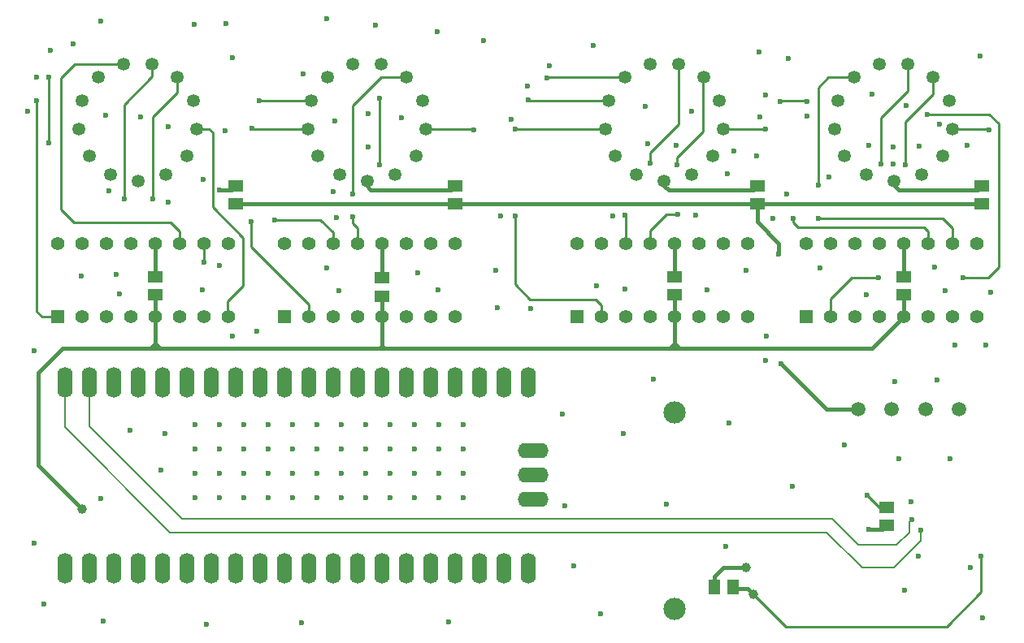
<source format=gbr>
%TF.GenerationSoftware,KiCad,Pcbnew,7.0.1*%
%TF.CreationDate,2023-06-06T13:02:27-04:00*%
%TF.ProjectId,nixie,6e697869-652e-46b6-9963-61645f706362,rev?*%
%TF.SameCoordinates,Original*%
%TF.FileFunction,Copper,L4,Bot*%
%TF.FilePolarity,Positive*%
%FSLAX46Y46*%
G04 Gerber Fmt 4.6, Leading zero omitted, Abs format (unit mm)*
G04 Created by KiCad (PCBNEW 7.0.1) date 2023-06-06 13:02:27*
%MOMM*%
%LPD*%
G01*
G04 APERTURE LIST*
%TA.AperFunction,ComponentPad*%
%ADD10R,1.400000X1.400000*%
%TD*%
%TA.AperFunction,ComponentPad*%
%ADD11C,1.400000*%
%TD*%
%TA.AperFunction,ComponentPad*%
%ADD12O,2.316000X2.316000*%
%TD*%
%TA.AperFunction,ComponentPad*%
%ADD13C,2.316000*%
%TD*%
%TA.AperFunction,SMDPad,CuDef*%
%ADD14R,1.500000X1.300000*%
%TD*%
%TA.AperFunction,ComponentPad*%
%ADD15C,1.500000*%
%TD*%
%TA.AperFunction,ComponentPad*%
%ADD16C,1.348000*%
%TD*%
%TA.AperFunction,ComponentPad*%
%ADD17O,1.600000X3.200000*%
%TD*%
%TA.AperFunction,ComponentPad*%
%ADD18O,3.200000X1.600000*%
%TD*%
%TA.AperFunction,SMDPad,CuDef*%
%ADD19R,1.300000X1.500000*%
%TD*%
%TA.AperFunction,ViaPad*%
%ADD20C,0.600000*%
%TD*%
%TA.AperFunction,ViaPad*%
%ADD21C,1.000000*%
%TD*%
%TA.AperFunction,Conductor*%
%ADD22C,0.381000*%
%TD*%
%TA.AperFunction,Conductor*%
%ADD23C,0.254000*%
%TD*%
%TA.AperFunction,Conductor*%
%ADD24C,0.152400*%
%TD*%
G04 APERTURE END LIST*
D10*
%TO.P,IC3,1,8*%
%TO.N,/N38*%
X154940000Y-109220000D03*
D11*
%TO.P,IC3,2,9*%
%TO.N,/N39*%
X157480000Y-109220000D03*
%TO.P,IC3,3,A*%
%TO.N,/A3*%
X160020000Y-109220000D03*
%TO.P,IC3,4,D*%
%TO.N,/D3*%
X162560000Y-109220000D03*
%TO.P,IC3,5,VCC*%
%TO.N,+5V*%
X165100000Y-109220000D03*
%TO.P,IC3,6,B*%
%TO.N,/B3*%
X167640000Y-109220000D03*
%TO.P,IC3,7,C*%
%TO.N,/C3*%
X170180000Y-109220000D03*
%TO.P,IC3,8,2*%
%TO.N,/N32*%
X172720000Y-109220000D03*
%TO.P,IC3,9,3*%
%TO.N,/N33*%
X172720000Y-101600000D03*
%TO.P,IC3,10,7*%
%TO.N,/N37*%
X170180000Y-101600000D03*
%TO.P,IC3,11,6*%
%TO.N,/N36*%
X167640000Y-101600000D03*
%TO.P,IC3,12,GND*%
%TO.N,GND*%
X165100000Y-101600000D03*
%TO.P,IC3,13,4*%
%TO.N,/N34*%
X162560000Y-101600000D03*
%TO.P,IC3,14,5*%
%TO.N,/N35*%
X160020000Y-101600000D03*
%TO.P,IC3,15,1*%
%TO.N,/N31*%
X157480000Y-101600000D03*
%TO.P,IC3,16,0*%
%TO.N,/N30*%
X154940000Y-101600000D03*
%TD*%
D12*
%TO.P,BAT1,+,+*%
%TO.N,Net-(IC6-VBAT)*%
X165100000Y-139700000D03*
D13*
%TO.P,BAT1,-,-*%
%TO.N,GND*%
X165100000Y-119200000D03*
%TD*%
D10*
%TO.P,IC4,1,8*%
%TO.N,/N48*%
X178816000Y-109220000D03*
D11*
%TO.P,IC4,2,9*%
%TO.N,/N49*%
X181356000Y-109220000D03*
%TO.P,IC4,3,A*%
%TO.N,/A4*%
X183896000Y-109220000D03*
%TO.P,IC4,4,D*%
%TO.N,/D4*%
X186436000Y-109220000D03*
%TO.P,IC4,5,VCC*%
%TO.N,+5V*%
X188976000Y-109220000D03*
%TO.P,IC4,6,B*%
%TO.N,/B4*%
X191516000Y-109220000D03*
%TO.P,IC4,7,C*%
%TO.N,/C4*%
X194056000Y-109220000D03*
%TO.P,IC4,8,2*%
%TO.N,/N42*%
X196596000Y-109220000D03*
%TO.P,IC4,9,3*%
%TO.N,/N43*%
X196596000Y-101600000D03*
%TO.P,IC4,10,7*%
%TO.N,/N47*%
X194056000Y-101600000D03*
%TO.P,IC4,11,6*%
%TO.N,/N46*%
X191516000Y-101600000D03*
%TO.P,IC4,12,GND*%
%TO.N,GND*%
X188976000Y-101600000D03*
%TO.P,IC4,13,4*%
%TO.N,/N44*%
X186436000Y-101600000D03*
%TO.P,IC4,14,5*%
%TO.N,/N45*%
X183896000Y-101600000D03*
%TO.P,IC4,15,1*%
%TO.N,/N41*%
X181356000Y-101600000D03*
%TO.P,IC4,16,0*%
%TO.N,/N40*%
X178816000Y-101600000D03*
%TD*%
D10*
%TO.P,IC2,1,8*%
%TO.N,/N28*%
X124460000Y-109220000D03*
D11*
%TO.P,IC2,2,9*%
%TO.N,/N29*%
X127000000Y-109220000D03*
%TO.P,IC2,3,A*%
%TO.N,/A2*%
X129540000Y-109220000D03*
%TO.P,IC2,4,D*%
%TO.N,/D2*%
X132080000Y-109220000D03*
%TO.P,IC2,5,VCC*%
%TO.N,+5V*%
X134620000Y-109220000D03*
%TO.P,IC2,6,B*%
%TO.N,/B2*%
X137160000Y-109220000D03*
%TO.P,IC2,7,C*%
%TO.N,/C2*%
X139700000Y-109220000D03*
%TO.P,IC2,8,2*%
%TO.N,/N22*%
X142240000Y-109220000D03*
%TO.P,IC2,9,3*%
%TO.N,/N23*%
X142240000Y-101600000D03*
%TO.P,IC2,10,7*%
%TO.N,/N27*%
X139700000Y-101600000D03*
%TO.P,IC2,11,6*%
%TO.N,/N26*%
X137160000Y-101600000D03*
%TO.P,IC2,12,GND*%
%TO.N,GND*%
X134620000Y-101600000D03*
%TO.P,IC2,13,4*%
%TO.N,/N24*%
X132080000Y-101600000D03*
%TO.P,IC2,14,5*%
%TO.N,/N25*%
X129540000Y-101600000D03*
%TO.P,IC2,15,1*%
%TO.N,/N21*%
X127000000Y-101600000D03*
%TO.P,IC2,16,0*%
%TO.N,/N20*%
X124460000Y-101600000D03*
%TD*%
D10*
%TO.P,IC1,1,8*%
%TO.N,/N18*%
X100838000Y-109220000D03*
D11*
%TO.P,IC1,2,9*%
%TO.N,/N19*%
X103378000Y-109220000D03*
%TO.P,IC1,3,A*%
%TO.N,/A1*%
X105918000Y-109220000D03*
%TO.P,IC1,4,D*%
%TO.N,/D1*%
X108458000Y-109220000D03*
%TO.P,IC1,5,VCC*%
%TO.N,+5V*%
X110998000Y-109220000D03*
%TO.P,IC1,6,B*%
%TO.N,/B1*%
X113538000Y-109220000D03*
%TO.P,IC1,7,C*%
%TO.N,/C1*%
X116078000Y-109220000D03*
%TO.P,IC1,8,2*%
%TO.N,/N12*%
X118618000Y-109220000D03*
%TO.P,IC1,9,3*%
%TO.N,/N13*%
X118618000Y-101600000D03*
%TO.P,IC1,10,7*%
%TO.N,/N17*%
X116078000Y-101600000D03*
%TO.P,IC1,11,6*%
%TO.N,/N16*%
X113538000Y-101600000D03*
%TO.P,IC1,12,GND*%
%TO.N,GND*%
X110998000Y-101600000D03*
%TO.P,IC1,13,4*%
%TO.N,/N14*%
X108458000Y-101600000D03*
%TO.P,IC1,14,5*%
%TO.N,/N15*%
X105918000Y-101600000D03*
%TO.P,IC1,15,1*%
%TO.N,/N11*%
X103378000Y-101600000D03*
%TO.P,IC1,16,0*%
%TO.N,/N10*%
X100838000Y-101600000D03*
%TD*%
D14*
%TO.P,C1,1,1*%
%TO.N,+5V*%
X110998000Y-106934000D03*
%TO.P,C1,2,2*%
%TO.N,GND*%
X110998000Y-105034000D03*
%TD*%
D15*
%TO.P,J1,1,1*%
%TO.N,VCC*%
X184262000Y-118872000D03*
%TO.P,J1,2,2*%
%TO.N,+12V*%
X187762000Y-118872000D03*
%TO.P,J1,3,3*%
%TO.N,/ENABLE*%
X191262000Y-118872000D03*
%TO.P,J1,4,4*%
%TO.N,GND*%
X194762000Y-118872000D03*
%TD*%
D14*
%TO.P,C4,1,1*%
%TO.N,+5V*%
X188976000Y-106934000D03*
%TO.P,C4,2,2*%
%TO.N,GND*%
X188976000Y-105034000D03*
%TD*%
%TO.P,C2,1,1*%
%TO.N,+5V*%
X134620000Y-107056000D03*
%TO.P,C2,2,2*%
%TO.N,GND*%
X134620000Y-105156000D03*
%TD*%
D16*
%TO.P,N4,RHDP,RHDP*%
%TO.N,unconnected-(N4-PadRHDP)*%
X190836600Y-94380900D03*
%TO.P,N4,LHDP,LHDP*%
%TO.N,unconnected-(N4-PadLHDP)*%
X185083400Y-94380900D03*
%TO.P,N4,A,A*%
%TO.N,/170V4*%
X187960000Y-95089900D03*
%TO.P,N4,9,9*%
%TO.N,/N49*%
X181815200Y-89646100D03*
%TO.P,N4,8,8*%
%TO.N,/N48*%
X182172300Y-86705000D03*
%TO.P,N4,7,7*%
%TO.N,/N47*%
X183855300Y-84266800D03*
%TO.P,N4,6,6*%
%TO.N,/N46*%
X186478700Y-82889900D03*
%TO.P,N4,5,5*%
%TO.N,/N45*%
X189441300Y-82889900D03*
%TO.P,N4,4,4*%
%TO.N,/N44*%
X192064700Y-84266800D03*
%TO.P,N4,3,3*%
%TO.N,/N43*%
X193747700Y-86705000D03*
%TO.P,N4,2,2*%
%TO.N,/N42*%
X194104800Y-89646100D03*
%TO.P,N4,1,1*%
%TO.N,/N41*%
X193054200Y-92416300D03*
%TO.P,N4,0,0*%
%TO.N,/N40*%
X182865800Y-92416300D03*
%TD*%
D17*
%TO.P,U$1,3V3,3V3*%
%TO.N,unconnected-(U$1-Pad3V3)*%
X111760000Y-135420000D03*
%TO.P,U$1,3V3_EN,3V3_EN*%
%TO.N,unconnected-(U$1-Pad3V3_EN)*%
X109220000Y-135420000D03*
%TO.P,U$1,ADC_VREF,ADC_VREF*%
%TO.N,unconnected-(U$1-PadADC_VREF)*%
X114300000Y-135420000D03*
%TO.P,U$1,AGND,AGND*%
%TO.N,GND*%
X119380000Y-135420000D03*
%TO.P,U$1,GND@1,GND*%
X106680000Y-116040000D03*
%TO.P,U$1,GND@2,GND*%
X119380000Y-116040000D03*
%TO.P,U$1,GND@3,GND*%
X132080000Y-116040000D03*
%TO.P,U$1,GND@4,GND*%
X144780000Y-116040000D03*
D18*
%TO.P,U$1,GND@5,GND*%
X150430000Y-125730000D03*
D17*
%TO.P,U$1,GND@6,GND*%
X144780000Y-135420000D03*
%TO.P,U$1,GND@7,GND*%
X132080000Y-135420000D03*
%TO.P,U$1,GND@8,GND*%
X106680000Y-135420000D03*
%TO.P,U$1,GP0,GP0*%
%TO.N,/SDA*%
X101600000Y-116040000D03*
%TO.P,U$1,GP1,GP1*%
%TO.N,/SCL*%
X104140000Y-116040000D03*
%TO.P,U$1,GP2,GP2*%
%TO.N,/A1*%
X109220000Y-116040000D03*
%TO.P,U$1,GP3,GP3*%
%TO.N,/D1*%
X111760000Y-116040000D03*
%TO.P,U$1,GP4,GP4*%
%TO.N,/B1*%
X114300000Y-116040000D03*
%TO.P,U$1,GP5,GP5*%
%TO.N,/C1*%
X116840000Y-116040000D03*
%TO.P,U$1,GP6,GP6*%
%TO.N,/A2*%
X121920000Y-116040000D03*
%TO.P,U$1,GP7,GP7*%
%TO.N,/D2*%
X124460000Y-116040000D03*
%TO.P,U$1,GP8,GP8*%
%TO.N,/B2*%
X127000000Y-116040000D03*
%TO.P,U$1,GP9,GP9*%
%TO.N,/C2*%
X129540000Y-116040000D03*
%TO.P,U$1,GP10,GP10*%
%TO.N,/A3*%
X134620000Y-116040000D03*
%TO.P,U$1,GP11,GP11*%
%TO.N,/D3*%
X137160000Y-116040000D03*
%TO.P,U$1,GP12,GP12*%
%TO.N,/B3*%
X139700000Y-116040000D03*
%TO.P,U$1,GP13,GP13*%
%TO.N,/C3*%
X142240000Y-116040000D03*
%TO.P,U$1,GP14,GP14*%
%TO.N,/A4*%
X147320000Y-116040000D03*
%TO.P,U$1,GP15,GP15*%
%TO.N,/D4*%
X149860000Y-116040000D03*
%TO.P,U$1,GP16,GP16*%
%TO.N,/C4*%
X149860000Y-135420000D03*
%TO.P,U$1,GP17,GP17*%
%TO.N,/B4*%
X147320000Y-135420000D03*
%TO.P,U$1,GP18,GP18*%
%TO.N,unconnected-(U$1-PadGP18)*%
X142240000Y-135420000D03*
%TO.P,U$1,GP19,GP19*%
%TO.N,unconnected-(U$1-PadGP19)*%
X139700000Y-135420000D03*
%TO.P,U$1,GP20,GP20*%
%TO.N,unconnected-(U$1-PadGP20)*%
X137160000Y-135420000D03*
%TO.P,U$1,GP21,GP21*%
%TO.N,unconnected-(U$1-PadGP21)*%
X134620000Y-135420000D03*
%TO.P,U$1,GP22,GP22*%
%TO.N,unconnected-(U$1-PadGP22)*%
X129540000Y-135420000D03*
%TO.P,U$1,GP26_A0,GP26_A0*%
%TO.N,unconnected-(U$1-PadGP26_A0)*%
X124460000Y-135420000D03*
%TO.P,U$1,GP27_A1,GP27_A1*%
%TO.N,unconnected-(U$1-PadGP27_A1)*%
X121920000Y-135420000D03*
%TO.P,U$1,GP28_A2,GP28_A2*%
%TO.N,unconnected-(U$1-PadGP28_A2)*%
X116840000Y-135420000D03*
%TO.P,U$1,RUN,RUN*%
%TO.N,unconnected-(U$1-PadRUN)*%
X127000000Y-135420000D03*
D18*
%TO.P,U$1,SWCLK,SWCLK*%
%TO.N,unconnected-(U$1-PadSWCLK)*%
X150430000Y-123190000D03*
%TO.P,U$1,SWDIO,SWDIO*%
%TO.N,unconnected-(U$1-PadSWDIO)*%
X150430000Y-128270000D03*
D17*
%TO.P,U$1,VBUS,VBUS*%
%TO.N,unconnected-(U$1-PadVBUS)*%
X101600000Y-135420000D03*
%TO.P,U$1,VSYS,VSYS*%
%TO.N,+5V*%
X104140000Y-135420000D03*
%TD*%
D14*
%TO.P,R3,1,1*%
%TO.N,/170V3*%
X173736000Y-95570000D03*
%TO.P,R3,2,2*%
%TO.N,VCC*%
X173736000Y-97470000D03*
%TD*%
%TO.P,C3,1,1*%
%TO.N,+5V*%
X165100000Y-106934000D03*
%TO.P,C3,2,2*%
%TO.N,GND*%
X165100000Y-105034000D03*
%TD*%
%TO.P,C5,1,1*%
%TO.N,+5V*%
X187198000Y-130987800D03*
%TO.P,C5,2,2*%
%TO.N,GND*%
X187198000Y-129087800D03*
%TD*%
%TO.P,R2,1,1*%
%TO.N,/170V2*%
X142240000Y-95570000D03*
%TO.P,R2,2,2*%
%TO.N,VCC*%
X142240000Y-97470000D03*
%TD*%
%TO.P,R4,1,1*%
%TO.N,/170V4*%
X197104000Y-95570000D03*
%TO.P,R4,2,2*%
%TO.N,VCC*%
X197104000Y-97470000D03*
%TD*%
%TO.P,R1,1,1*%
%TO.N,/170V1*%
X119380000Y-95570000D03*
%TO.P,R1,2,2*%
%TO.N,VCC*%
X119380000Y-97470000D03*
%TD*%
D19*
%TO.P,C7,1,1*%
%TO.N,+5V*%
X171196000Y-137414000D03*
%TO.P,C7,2,2*%
%TO.N,GND*%
X169296000Y-137414000D03*
%TD*%
D16*
%TO.P,N3,0,0*%
%TO.N,/N30*%
X158947100Y-92416300D03*
%TO.P,N3,1,1*%
%TO.N,/N31*%
X169135500Y-92416300D03*
%TO.P,N3,2,2*%
%TO.N,/N32*%
X170186100Y-89646100D03*
%TO.P,N3,3,3*%
%TO.N,/N33*%
X169829000Y-86705000D03*
%TO.P,N3,4,4*%
%TO.N,/N34*%
X168146000Y-84266800D03*
%TO.P,N3,5,5*%
%TO.N,/N35*%
X165522600Y-82889900D03*
%TO.P,N3,6,6*%
%TO.N,/N36*%
X162560000Y-82889900D03*
%TO.P,N3,7,7*%
%TO.N,/N37*%
X159936600Y-84266800D03*
%TO.P,N3,8,8*%
%TO.N,/N38*%
X158253600Y-86705000D03*
%TO.P,N3,9,9*%
%TO.N,/N39*%
X157896500Y-89646100D03*
%TO.P,N3,A,A*%
%TO.N,/170V3*%
X164041300Y-95089900D03*
%TO.P,N3,LHDP,LHDP*%
%TO.N,unconnected-(N3-PadLHDP)*%
X161164700Y-94380900D03*
%TO.P,N3,RHDP,RHDP*%
%TO.N,unconnected-(N3-PadRHDP)*%
X166917900Y-94380900D03*
%TD*%
%TO.P,N1,0,0*%
%TO.N,/N10*%
X104140000Y-92416300D03*
%TO.P,N1,1,1*%
%TO.N,/N11*%
X114328400Y-92416300D03*
%TO.P,N1,2,2*%
%TO.N,/N12*%
X115379000Y-89646100D03*
%TO.P,N1,3,3*%
%TO.N,/N13*%
X115021900Y-86705000D03*
%TO.P,N1,4,4*%
%TO.N,/N14*%
X113338900Y-84266800D03*
%TO.P,N1,5,5*%
%TO.N,/N15*%
X110715500Y-82889900D03*
%TO.P,N1,6,6*%
%TO.N,/N16*%
X107752900Y-82889900D03*
%TO.P,N1,7,7*%
%TO.N,/N17*%
X105129500Y-84266800D03*
%TO.P,N1,8,8*%
%TO.N,/N18*%
X103446500Y-86705000D03*
%TO.P,N1,9,9*%
%TO.N,/N19*%
X103089400Y-89646100D03*
%TO.P,N1,A,A*%
%TO.N,/170V1*%
X109234200Y-95089900D03*
%TO.P,N1,LHDP,LHDP*%
%TO.N,unconnected-(N1-PadLHDP)*%
X106357600Y-94380900D03*
%TO.P,N1,RHDP,RHDP*%
%TO.N,unconnected-(N1-PadRHDP)*%
X112110800Y-94380900D03*
%TD*%
%TO.P,N2,0,0*%
%TO.N,/N20*%
X128001800Y-92416300D03*
%TO.P,N2,1,1*%
%TO.N,/N21*%
X138190200Y-92416300D03*
%TO.P,N2,2,2*%
%TO.N,/N22*%
X139240800Y-89646100D03*
%TO.P,N2,3,3*%
%TO.N,/N23*%
X138883700Y-86705000D03*
%TO.P,N2,4,4*%
%TO.N,/N24*%
X137200700Y-84266800D03*
%TO.P,N2,5,5*%
%TO.N,/N25*%
X134577300Y-82889900D03*
%TO.P,N2,6,6*%
%TO.N,/N26*%
X131614700Y-82889900D03*
%TO.P,N2,7,7*%
%TO.N,/N27*%
X128991300Y-84266800D03*
%TO.P,N2,8,8*%
%TO.N,/N28*%
X127308300Y-86705000D03*
%TO.P,N2,9,9*%
%TO.N,/N29*%
X126951200Y-89646100D03*
%TO.P,N2,A,A*%
%TO.N,/170V2*%
X133096000Y-95089900D03*
%TO.P,N2,LHDP,LHDP*%
%TO.N,unconnected-(N2-PadLHDP)*%
X130219400Y-94380900D03*
%TO.P,N2,RHDP,RHDP*%
%TO.N,unconnected-(N2-PadRHDP)*%
X135972600Y-94380900D03*
%TD*%
D20*
%TO.N,VCC*%
X176000000Y-102700000D03*
X176200000Y-114100000D03*
%TO.N,GND*%
X185191400Y-127838200D03*
X115189000Y-128092200D03*
X140500000Y-106400000D03*
X192200000Y-104000000D03*
X107000000Y-104800000D03*
X119100000Y-111200000D03*
X99466400Y-139192000D03*
X105638600Y-140995400D03*
X193802000Y-124053600D03*
X154627047Y-135210360D03*
X145200000Y-80400000D03*
X117729000Y-120472200D03*
X190600000Y-91400000D03*
X130429000Y-128092200D03*
X162300000Y-91200000D03*
X187900000Y-93300000D03*
X127889000Y-123012200D03*
X98399600Y-132816600D03*
X159800000Y-121400000D03*
X170800000Y-120300000D03*
X119100000Y-82200000D03*
X143129000Y-120472200D03*
X132969000Y-120472200D03*
X135509000Y-120472200D03*
X138049000Y-125552200D03*
X129900000Y-98900000D03*
X135509000Y-125552200D03*
X156700000Y-80900000D03*
X130182686Y-106483735D03*
X130429000Y-120472200D03*
X125349000Y-120472200D03*
X116000000Y-94900000D03*
X115189000Y-123012200D03*
X194335400Y-112191800D03*
X97700000Y-87800000D03*
X120269000Y-123012200D03*
X138049000Y-128092200D03*
X195600000Y-91300000D03*
X185400000Y-91300000D03*
X117729000Y-125552200D03*
X122809000Y-123012200D03*
X143129000Y-123012200D03*
X105384600Y-128193800D03*
X193300000Y-106500000D03*
X102495143Y-80755553D03*
X141579600Y-141071600D03*
X172615692Y-104384843D03*
X121615200Y-110769400D03*
X111658400Y-125196600D03*
X117729000Y-123012200D03*
X153670000Y-128955800D03*
X108432600Y-121031000D03*
X167300000Y-98600000D03*
X126263400Y-141122400D03*
X173900000Y-81600000D03*
X107300000Y-106800000D03*
X140589000Y-128092200D03*
X105400000Y-78400000D03*
X158700000Y-98700000D03*
D21*
X172593000Y-135382000D03*
D20*
X149800000Y-85200000D03*
X190550800Y-134213600D03*
X148100000Y-88600000D03*
X125349000Y-128092200D03*
X197000000Y-82000000D03*
X130429000Y-123012200D03*
X140589000Y-125552200D03*
X174600000Y-86100000D03*
X166900000Y-87800000D03*
X165300000Y-91300000D03*
X143129000Y-128092200D03*
X174000000Y-88400000D03*
X197561200Y-112141000D03*
X115189000Y-125552200D03*
X122809000Y-128092200D03*
X127889000Y-128092200D03*
X174650400Y-113766600D03*
X189738000Y-128549400D03*
X135509000Y-128092200D03*
X120269000Y-120472200D03*
X189052200Y-137718800D03*
X185685002Y-85978569D03*
X176800000Y-96400000D03*
X120269000Y-128092200D03*
X160000000Y-106300000D03*
X157454600Y-140182600D03*
X177400000Y-126900000D03*
X126459080Y-83878910D03*
X133200000Y-88000000D03*
X127889000Y-120472200D03*
X125349000Y-123012200D03*
X98450400Y-112801400D03*
X103300000Y-105000000D03*
X178900000Y-88300000D03*
X134000000Y-78800000D03*
X118300000Y-89800000D03*
X170600000Y-94300000D03*
X115900000Y-106400000D03*
X100100000Y-81400000D03*
X129600000Y-96200000D03*
X98700000Y-84200000D03*
X162900000Y-115700000D03*
X122809000Y-120472200D03*
X138049000Y-120472200D03*
X181200000Y-94600000D03*
X112014000Y-121361200D03*
X140397951Y-79502268D03*
X132969000Y-125552200D03*
X185100000Y-106900000D03*
X146500000Y-104400000D03*
X192700000Y-89100000D03*
X105900000Y-88200000D03*
X129700000Y-88800000D03*
X138400000Y-104600000D03*
X128900000Y-78100000D03*
X168500000Y-106400000D03*
X106200000Y-96100000D03*
X198100000Y-106700000D03*
X112400000Y-97300000D03*
X116382800Y-141274800D03*
X174675800Y-111201200D03*
X132969000Y-128092200D03*
X182829200Y-122555000D03*
X152100000Y-83000000D03*
X180300000Y-104100000D03*
X187900000Y-91500000D03*
X127889000Y-125552200D03*
X189292734Y-87203625D03*
X177000000Y-82300000D03*
X117700000Y-103900000D03*
X132969000Y-123012200D03*
X164300000Y-128800000D03*
X192481200Y-115798600D03*
X112400000Y-89400000D03*
X188061600Y-115976400D03*
X143129000Y-125552200D03*
X147000000Y-98700000D03*
X138049000Y-123012200D03*
X173700000Y-92400000D03*
X115100000Y-78700000D03*
X117729000Y-128092200D03*
X118400000Y-78600000D03*
X171300000Y-91900000D03*
X128900000Y-104100000D03*
X122809000Y-125552200D03*
X197231000Y-140589000D03*
X150114000Y-108331000D03*
X157000000Y-106000000D03*
X135509000Y-123012200D03*
X120269000Y-125552200D03*
X175400000Y-99000000D03*
X125349000Y-125552200D03*
X153441400Y-119329200D03*
X162100000Y-87300000D03*
X115189000Y-120472200D03*
X130429000Y-125552200D03*
X195935600Y-135407400D03*
X140589000Y-120472200D03*
X140589000Y-123012200D03*
X133200000Y-91500000D03*
X188468000Y-124053600D03*
X170500000Y-133200000D03*
X146659600Y-108280200D03*
X109500000Y-88400000D03*
X136700000Y-88500000D03*
D21*
%TO.N,+5V*%
X173355000Y-138176000D03*
D20*
X185369200Y-131419600D03*
X197027800Y-134162800D03*
D21*
X103378000Y-129286000D03*
D20*
%TO.N,/N15*%
X107800000Y-96900000D03*
%TO.N,/N14*%
X110800000Y-96900000D03*
%TO.N,/N17*%
X99900000Y-91100000D03*
X99900000Y-84200000D03*
X116100000Y-103500000D03*
%TO.N,/N18*%
X98695000Y-86705000D03*
%TO.N,/N25*%
X123500000Y-99100000D03*
%TO.N,/N24*%
X131600000Y-98800000D03*
X131600000Y-96400000D03*
%TO.N,/N26*%
X134400000Y-86400000D03*
X134400000Y-93400000D03*
%TO.N,/N22*%
X144250000Y-89750000D03*
%TO.N,/N29*%
X121000000Y-99300000D03*
X121100000Y-89600000D03*
%TO.N,/N28*%
X121900000Y-86700000D03*
%TO.N,/N35*%
X160000000Y-98600000D03*
X162600000Y-93200000D03*
%TO.N,/N34*%
X165400000Y-93400000D03*
X165500000Y-98500000D03*
%TO.N,/N37*%
X151800000Y-84300000D03*
%TO.N,/N32*%
X174600000Y-89646100D03*
%TO.N,/N39*%
X148500000Y-98700000D03*
X148553900Y-89646100D03*
%TO.N,/N38*%
X149900000Y-86600000D03*
%TO.N,/N45*%
X186600000Y-93300000D03*
%TO.N,/N44*%
X189200000Y-93400000D03*
%TO.N,/N46*%
X177500000Y-99000000D03*
%TO.N,/N47*%
X180100000Y-99000000D03*
X180100000Y-95500000D03*
%TO.N,/N42*%
X197900000Y-89700000D03*
%TO.N,/N49*%
X191500000Y-88100000D03*
X195200000Y-105100000D03*
X186400000Y-105100000D03*
%TO.N,/N48*%
X178900000Y-86800000D03*
X176100000Y-86800000D03*
%TO.N,/SDA*%
X190779400Y-131495800D03*
%TO.N,/SCL*%
X189865000Y-130352800D03*
%TO.N,/170V1*%
X117700000Y-96000000D03*
%TD*%
D22*
%TO.N,VCC*%
X173736000Y-99336000D02*
X173736000Y-97470000D01*
X184262000Y-118872000D02*
X180972000Y-118872000D01*
X180972000Y-118872000D02*
X176200000Y-114100000D01*
X197104000Y-97470000D02*
X173736000Y-97470000D01*
X176000000Y-101600000D02*
X173736000Y-99336000D01*
X173736000Y-97470000D02*
X142240000Y-97470000D01*
X119380000Y-97470000D02*
X142240000Y-97470000D01*
X176000000Y-102700000D02*
X176000000Y-101600000D01*
%TO.N,GND*%
X172593000Y-135382000D02*
X170197000Y-135382000D01*
D23*
X187198000Y-129087800D02*
X186441000Y-129087800D01*
D22*
X110998000Y-105034000D02*
X110998000Y-101600000D01*
X169296000Y-136283000D02*
X169296000Y-137414000D01*
X170197000Y-135382000D02*
X169296000Y-136283000D01*
D23*
X186441000Y-129087800D02*
X185191400Y-127838200D01*
D22*
X134620000Y-105156000D02*
X134620000Y-101600000D01*
X165100000Y-105034000D02*
X165100000Y-101600000D01*
X188976000Y-105034000D02*
X188976000Y-101600000D01*
%TO.N,+5V*%
X134366000Y-112522000D02*
X133858000Y-112522000D01*
X110998000Y-112014000D02*
X110998000Y-109220000D01*
X134620000Y-109220000D02*
X134620000Y-112268000D01*
D23*
X197027800Y-137947400D02*
X197027800Y-134162800D01*
D22*
X98806000Y-124714000D02*
X103378000Y-129286000D01*
D23*
X176695200Y-141516200D02*
X193459000Y-141516200D01*
X193459000Y-141516200D02*
X197027800Y-137947400D01*
D22*
X135128000Y-112522000D02*
X134620000Y-112522000D01*
X165100000Y-112014000D02*
X165608000Y-112522000D01*
X165100000Y-109220000D02*
X165100000Y-112014000D01*
D23*
X173355000Y-138176000D02*
X176695200Y-141516200D01*
D22*
X101346000Y-112522000D02*
X98806000Y-115062000D01*
X172720000Y-137541000D02*
X171323000Y-137541000D01*
X173355000Y-138176000D02*
X172720000Y-137541000D01*
X110998000Y-112522000D02*
X110998000Y-112014000D01*
X185369200Y-131419600D02*
X186766200Y-131419600D01*
X134620000Y-109220000D02*
X134620000Y-107056000D01*
X134874000Y-112522000D02*
X135128000Y-112522000D01*
X165608000Y-112522000D02*
X165100000Y-112522000D01*
X188976000Y-106934000D02*
X188976000Y-109220000D01*
X165100000Y-112522000D02*
X164592000Y-112522000D01*
X110998000Y-109220000D02*
X110998000Y-106934000D01*
X186766200Y-131419600D02*
X187198000Y-130987800D01*
X165100000Y-106934000D02*
X165100000Y-109220000D01*
X110490000Y-112522000D02*
X101346000Y-112522000D01*
X110998000Y-112522000D02*
X110490000Y-112522000D01*
X110998000Y-112014000D02*
X110490000Y-112522000D01*
X133858000Y-112522000D02*
X111506000Y-112522000D01*
X134620000Y-112268000D02*
X134620000Y-112522000D01*
X134620000Y-112268000D02*
X134874000Y-112522000D01*
X111506000Y-112522000D02*
X110998000Y-112522000D01*
X165100000Y-112014000D02*
X164592000Y-112522000D01*
X98806000Y-115062000D02*
X98806000Y-124714000D01*
X134620000Y-112522000D02*
X133858000Y-112522000D01*
X188976000Y-109220000D02*
X185674000Y-112522000D01*
X185674000Y-112522000D02*
X165608000Y-112522000D01*
X134620000Y-112268000D02*
X134366000Y-112522000D01*
X110998000Y-112014000D02*
X111506000Y-112522000D01*
X165100000Y-112014000D02*
X165100000Y-112522000D01*
X164592000Y-112522000D02*
X135128000Y-112522000D01*
D23*
%TO.N,/N15*%
X110715500Y-84184500D02*
X110715500Y-82889900D01*
X107800000Y-87100000D02*
X110715500Y-84184500D01*
X107800000Y-96900000D02*
X107800000Y-87100000D01*
%TO.N,/N14*%
X113338900Y-85861100D02*
X113338900Y-84266800D01*
X110800000Y-96900000D02*
X110800000Y-88400000D01*
X110800000Y-88400000D02*
X113338900Y-85861100D01*
%TO.N,/N16*%
X113538000Y-100338000D02*
X112600000Y-99400000D01*
X101200000Y-84300000D02*
X102610100Y-82889900D01*
X102600000Y-99400000D02*
X101200000Y-98000000D01*
X101200000Y-98000000D02*
X101200000Y-84300000D01*
X102610100Y-82889900D02*
X107752900Y-82889900D01*
X112600000Y-99400000D02*
X102600000Y-99400000D01*
X113538000Y-101600000D02*
X113538000Y-100338000D01*
%TO.N,/N17*%
X116078000Y-103478000D02*
X116100000Y-103500000D01*
X99900000Y-91100000D02*
X99900000Y-84200000D01*
X116078000Y-101600000D02*
X116078000Y-103478000D01*
%TO.N,/N12*%
X120200000Y-106000000D02*
X120200000Y-101000000D01*
X117000000Y-97800000D02*
X117000000Y-90000000D01*
X116646100Y-89646100D02*
X115379000Y-89646100D01*
X120200000Y-101000000D02*
X117000000Y-97800000D01*
X118618000Y-109220000D02*
X118600000Y-109202000D01*
X118600000Y-107600000D02*
X120200000Y-106000000D01*
X118600000Y-109202000D02*
X118600000Y-107600000D01*
X117000000Y-90000000D02*
X116646100Y-89646100D01*
%TO.N,/N18*%
X98700000Y-86710000D02*
X98700000Y-108700000D01*
X98695000Y-86705000D02*
X98700000Y-86710000D01*
X99220000Y-109220000D02*
X100838000Y-109220000D01*
X98700000Y-108700000D02*
X99220000Y-109220000D01*
%TO.N,/N25*%
X129540000Y-101600000D02*
X129540000Y-100440000D01*
X129540000Y-100440000D02*
X128200000Y-99100000D01*
X128200000Y-99100000D02*
X123500000Y-99100000D01*
%TO.N,/N24*%
X131600000Y-87200000D02*
X134533200Y-84266800D01*
X132080000Y-99980000D02*
X131600000Y-99500000D01*
X131600000Y-99500000D02*
X131600000Y-98800000D01*
X132080000Y-101600000D02*
X132080000Y-99980000D01*
X134533200Y-84266800D02*
X137200700Y-84266800D01*
X131600000Y-96400000D02*
X131600000Y-87200000D01*
%TO.N,/N26*%
X134400000Y-93400000D02*
X134400000Y-86400000D01*
%TO.N,/N22*%
X144250000Y-89750000D02*
X144146100Y-89646100D01*
X144146100Y-89646100D02*
X139240800Y-89646100D01*
%TO.N,/N29*%
X121100000Y-89600000D02*
X121146100Y-89646100D01*
X127000000Y-109220000D02*
X127000000Y-107900000D01*
X121000000Y-101900000D02*
X121000000Y-99300000D01*
X127000000Y-107900000D02*
X121000000Y-101900000D01*
X121146100Y-89646100D02*
X126951200Y-89646100D01*
%TO.N,/N28*%
X121905000Y-86705000D02*
X127308300Y-86705000D01*
X121900000Y-86700000D02*
X121905000Y-86705000D01*
%TO.N,/N35*%
X160020000Y-98620000D02*
X160000000Y-98600000D01*
X162600000Y-92100000D02*
X165522600Y-89177400D01*
X165522600Y-89177400D02*
X165522600Y-82889900D01*
X160020000Y-101600000D02*
X160020000Y-98620000D01*
X162600000Y-93200000D02*
X162600000Y-92100000D01*
%TO.N,/N34*%
X164300000Y-98500000D02*
X165500000Y-98500000D01*
X165400000Y-92600000D02*
X168100000Y-89900000D01*
X162560000Y-101600000D02*
X162560000Y-100240000D01*
X162560000Y-100240000D02*
X164300000Y-98500000D01*
X165400000Y-93400000D02*
X165400000Y-92600000D01*
X168100000Y-89900000D02*
X168100000Y-84312800D01*
X168100000Y-84312800D02*
X168146000Y-84266800D01*
%TO.N,/N37*%
X151833200Y-84266800D02*
X159936600Y-84266800D01*
X151800000Y-84300000D02*
X151833200Y-84266800D01*
%TO.N,/N32*%
X174600000Y-89646100D02*
X170186100Y-89646100D01*
%TO.N,/N39*%
X150100000Y-107400000D02*
X148500000Y-105800000D01*
X157480000Y-107980000D02*
X156900000Y-107400000D01*
X157480000Y-109220000D02*
X157480000Y-107980000D01*
X148500000Y-105800000D02*
X148500000Y-98700000D01*
X156900000Y-107400000D02*
X150100000Y-107400000D01*
X148553900Y-89646100D02*
X157896500Y-89646100D01*
%TO.N,/N38*%
X150005000Y-86705000D02*
X158253600Y-86705000D01*
X149900000Y-86600000D02*
X150005000Y-86705000D01*
%TO.N,/N45*%
X189441300Y-85658700D02*
X189441300Y-82889900D01*
X186600000Y-88500000D02*
X189441300Y-85658700D01*
X186600000Y-93300000D02*
X186600000Y-88500000D01*
%TO.N,/N44*%
X192064700Y-86035300D02*
X192064700Y-84266800D01*
X189200000Y-88900000D02*
X192064700Y-86035300D01*
X189200000Y-93400000D02*
X189200000Y-88900000D01*
%TO.N,/N46*%
X191516000Y-100316000D02*
X191516000Y-101600000D01*
X191100000Y-99900000D02*
X191516000Y-100316000D01*
X177500000Y-99400000D02*
X178000000Y-99900000D01*
X177500000Y-99000000D02*
X177500000Y-99400000D01*
X178000000Y-99900000D02*
X191100000Y-99900000D01*
%TO.N,/N47*%
X193100000Y-99000000D02*
X180100000Y-99000000D01*
X180100000Y-95500000D02*
X180100000Y-85300000D01*
X180100000Y-85300000D02*
X181133200Y-84266800D01*
X181133200Y-84266800D02*
X183855300Y-84266800D01*
X194056000Y-101600000D02*
X194056000Y-99956000D01*
X194056000Y-99956000D02*
X193100000Y-99000000D01*
%TO.N,/N42*%
X197900000Y-89700000D02*
X197846100Y-89646100D01*
X197846100Y-89646100D02*
X194104800Y-89646100D01*
%TO.N,/N49*%
X197900000Y-88100000D02*
X191500000Y-88100000D01*
X198882100Y-104017900D02*
X198882100Y-89082100D01*
X197800000Y-105100000D02*
X198882100Y-104017900D01*
X198882100Y-89082100D02*
X197900000Y-88100000D01*
X195200000Y-105100000D02*
X197800000Y-105100000D01*
X181356000Y-107344000D02*
X181356000Y-109220000D01*
X183600000Y-105100000D02*
X181356000Y-107344000D01*
X186400000Y-105100000D02*
X183600000Y-105100000D01*
%TO.N,/N48*%
X178800000Y-86700000D02*
X178900000Y-86800000D01*
X176200000Y-86700000D02*
X178800000Y-86700000D01*
X176100000Y-86800000D02*
X176200000Y-86700000D01*
D24*
%TO.N,/SDA*%
X184683400Y-135407400D02*
X181000400Y-131724400D01*
X187985400Y-135407400D02*
X184683400Y-135407400D01*
X190779400Y-132613400D02*
X187985400Y-135407400D01*
X190779400Y-131495800D02*
X190779400Y-132613400D01*
X101600000Y-120751600D02*
X101600000Y-116840000D01*
X181000400Y-131724400D02*
X112572800Y-131724400D01*
X112572800Y-131724400D02*
X101600000Y-120751600D01*
%TO.N,/SCL*%
X104140000Y-120624600D02*
X113842800Y-130327400D01*
X104140000Y-116840000D02*
X104140000Y-120624600D01*
X189560200Y-130657600D02*
X189865000Y-130352800D01*
X113842800Y-130327400D02*
X181559200Y-130327400D01*
X188239400Y-133019800D02*
X189560200Y-131699000D01*
X181559200Y-130327400D02*
X184251600Y-133019800D01*
X189560200Y-131699000D02*
X189560200Y-130657600D01*
X184251600Y-133019800D02*
X188239400Y-133019800D01*
D22*
%TO.N,/170V1*%
X118950000Y-96000000D02*
X119380000Y-95570000D01*
X117700000Y-96000000D02*
X118950000Y-96000000D01*
%TO.N,/170V2*%
X133500000Y-96000000D02*
X133096000Y-95596000D01*
X133096000Y-95596000D02*
X133096000Y-95089900D01*
X142240000Y-95570000D02*
X141810000Y-96000000D01*
X141810000Y-96000000D02*
X133500000Y-96000000D01*
%TO.N,/170V3*%
X173306000Y-96000000D02*
X164500000Y-96000000D01*
X164500000Y-96000000D02*
X164041300Y-95541300D01*
X164041300Y-95541300D02*
X164041300Y-95089900D01*
X173736000Y-95570000D02*
X173306000Y-96000000D01*
%TO.N,/170V4*%
X197104000Y-95570000D02*
X196674000Y-96000000D01*
X196674000Y-96000000D02*
X188500000Y-96000000D01*
X187960000Y-95460000D02*
X187960000Y-95089900D01*
X188500000Y-96000000D02*
X187960000Y-95460000D01*
%TD*%
M02*

</source>
